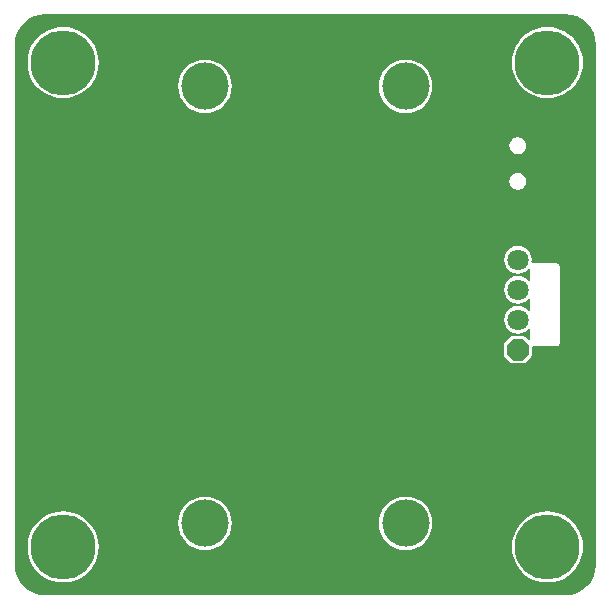
<source format=gbl>
G04 Layer_Physical_Order=2*
G04 Layer_Color=16711680*
%FSLAX44Y44*%
%MOMM*%
G71*
G01*
G75*
%ADD15P,1.9483X8X112.5*%
%ADD16C,1.8000*%
%ADD17C,5.5000*%
%ADD18C,4.0000*%
G36*
X475109Y495686D02*
X480022Y494196D01*
X484550Y491776D01*
X488518Y488519D01*
X491776Y484550D01*
X494196Y480022D01*
X495686Y475109D01*
X496165Y470248D01*
X496115Y470000D01*
X496115Y30000D01*
X496165Y29752D01*
X495686Y24891D01*
X494196Y19978D01*
X491776Y15450D01*
X488518Y11482D01*
X484550Y8225D01*
X480022Y5804D01*
X475109Y4314D01*
X471250Y3934D01*
X470000Y3885D01*
X470000Y3885D01*
X468730Y3885D01*
X31269Y3885D01*
X30000Y3885D01*
X28750Y3934D01*
X24891Y4314D01*
X19978Y5804D01*
X15450Y8225D01*
X11481Y11482D01*
X8225Y15450D01*
X5804Y19978D01*
X4314Y24891D01*
X3934Y28751D01*
X3885Y30000D01*
X3885Y30000D01*
X3885Y31252D01*
X3885Y470000D01*
X3835Y470248D01*
X4314Y475109D01*
X5804Y480022D01*
X8225Y484550D01*
X11481Y488519D01*
X15450Y491776D01*
X19978Y494196D01*
X24891Y495686D01*
X29752Y496165D01*
X30000Y496115D01*
X470000Y496115D01*
X470248Y496165D01*
X475109Y495686D01*
D02*
G37*
%LPC*%
G36*
X335000Y87649D02*
X330581Y87214D01*
X326333Y85925D01*
X322417Y83832D01*
X318985Y81015D01*
X316168Y77583D01*
X314075Y73667D01*
X312786Y69419D01*
X312351Y65000D01*
X312786Y60581D01*
X314075Y56333D01*
X316168Y52417D01*
X318985Y48985D01*
X322417Y46168D01*
X326333Y44075D01*
X330581Y42786D01*
X335000Y42351D01*
X339419Y42786D01*
X343667Y44075D01*
X347583Y46168D01*
X351015Y48985D01*
X353832Y52417D01*
X355925Y56333D01*
X357214Y60581D01*
X357649Y65000D01*
X357214Y69419D01*
X355925Y73667D01*
X353832Y77583D01*
X351015Y81015D01*
X347583Y83832D01*
X343667Y85925D01*
X339419Y87214D01*
X335000Y87649D01*
D02*
G37*
G36*
X430000Y299740D02*
X426987Y299343D01*
X424180Y298180D01*
X421770Y296330D01*
X419920Y293920D01*
X418757Y291112D01*
X418360Y288100D01*
X418757Y285088D01*
X419920Y282280D01*
X421770Y279870D01*
X424180Y278020D01*
X426987Y276857D01*
X430000Y276460D01*
X433013Y276857D01*
X435820Y278020D01*
X438230Y279870D01*
X438940Y280795D01*
X440210Y280364D01*
Y270436D01*
X438940Y270005D01*
X438230Y270930D01*
X435820Y272780D01*
X433013Y273943D01*
X430000Y274340D01*
X426987Y273943D01*
X424180Y272780D01*
X421770Y270930D01*
X419920Y268520D01*
X418757Y265713D01*
X418360Y262700D01*
X418757Y259688D01*
X419920Y256880D01*
X421770Y254470D01*
X424180Y252620D01*
X426987Y251457D01*
X430000Y251061D01*
X433013Y251457D01*
X435820Y252620D01*
X438230Y254470D01*
X438940Y255395D01*
X440210Y254963D01*
Y245037D01*
X438940Y244605D01*
X438230Y245530D01*
X435820Y247380D01*
X433013Y248543D01*
X430000Y248940D01*
X426987Y248543D01*
X424180Y247380D01*
X421770Y245530D01*
X419920Y243120D01*
X418757Y240312D01*
X418360Y237300D01*
X418757Y234287D01*
X419920Y231480D01*
X421770Y229070D01*
X424180Y227220D01*
X426987Y226057D01*
X430000Y225660D01*
X433013Y226057D01*
X435820Y227220D01*
X438230Y229070D01*
X438940Y229995D01*
X440210Y229564D01*
Y220512D01*
X439037Y220026D01*
X436331Y222731D01*
X435491Y223293D01*
X434500Y223490D01*
X425500D01*
X424509Y223293D01*
X423669Y222731D01*
X419169Y218231D01*
X418607Y217391D01*
X418410Y216400D01*
Y207400D01*
X418607Y206409D01*
X419169Y205569D01*
X423669Y201069D01*
X424509Y200507D01*
X425500Y200310D01*
X434500D01*
X435491Y200507D01*
X436331Y201069D01*
X440831Y205569D01*
X441393Y206409D01*
X441590Y207400D01*
Y213856D01*
X442800Y214910D01*
X462800D01*
X463791Y215107D01*
X464631Y215669D01*
X465193Y216509D01*
X465390Y217500D01*
Y282500D01*
X465193Y283491D01*
X464631Y284331D01*
X463791Y284893D01*
X462800Y285090D01*
X442800D01*
X442517Y285033D01*
X441364Y286006D01*
X441640Y288100D01*
X441243Y291112D01*
X440080Y293920D01*
X438230Y296330D01*
X435820Y298180D01*
X433013Y299343D01*
X430000Y299740D01*
D02*
G37*
G36*
X165000Y87649D02*
X160581Y87214D01*
X156333Y85925D01*
X152417Y83832D01*
X148985Y81015D01*
X146168Y77583D01*
X144075Y73667D01*
X142786Y69419D01*
X142351Y65000D01*
X142786Y60581D01*
X144075Y56333D01*
X146168Y52417D01*
X148985Y48985D01*
X152417Y46168D01*
X156333Y44075D01*
X160581Y42786D01*
X165000Y42351D01*
X169419Y42786D01*
X173667Y44075D01*
X177583Y46168D01*
X181015Y48985D01*
X183832Y52417D01*
X185925Y56333D01*
X187214Y60581D01*
X187649Y65000D01*
X187214Y69419D01*
X185925Y73667D01*
X183832Y77583D01*
X181015Y81015D01*
X177583Y83832D01*
X173667Y85925D01*
X169419Y87214D01*
X165000Y87649D01*
D02*
G37*
G36*
X45000Y75133D02*
X40286Y74762D01*
X35688Y73658D01*
X31320Y71849D01*
X27288Y69378D01*
X23693Y66307D01*
X20622Y62712D01*
X18151Y58680D01*
X16342Y54312D01*
X15238Y49714D01*
X14867Y45000D01*
X15238Y40286D01*
X16342Y35689D01*
X18151Y31320D01*
X20622Y27288D01*
X23693Y23693D01*
X27288Y20622D01*
X31320Y18152D01*
X35688Y16342D01*
X40286Y15238D01*
X45000Y14867D01*
X49714Y15238D01*
X54312Y16342D01*
X58680Y18152D01*
X62712Y20622D01*
X66307Y23693D01*
X69378Y27288D01*
X71849Y31320D01*
X73658Y35689D01*
X74762Y40286D01*
X75133Y45000D01*
X74762Y49714D01*
X73658Y54312D01*
X71849Y58680D01*
X69378Y62712D01*
X66307Y66307D01*
X62712Y69378D01*
X58680Y71849D01*
X54312Y73658D01*
X49714Y74762D01*
X45000Y75133D01*
D02*
G37*
G36*
X455000D02*
X450286Y74762D01*
X445689Y73658D01*
X441320Y71849D01*
X437288Y69378D01*
X433693Y66307D01*
X430622Y62712D01*
X428151Y58680D01*
X426342Y54312D01*
X425238Y49714D01*
X424867Y45000D01*
X425238Y40286D01*
X426342Y35689D01*
X428151Y31320D01*
X430622Y27288D01*
X433693Y23693D01*
X437288Y20622D01*
X441320Y18152D01*
X445689Y16342D01*
X450286Y15238D01*
X455000Y14867D01*
X459714Y15238D01*
X464312Y16342D01*
X468680Y18152D01*
X472712Y20622D01*
X476307Y23693D01*
X479378Y27288D01*
X481849Y31320D01*
X483658Y35689D01*
X484762Y40286D01*
X485133Y45000D01*
X484762Y49714D01*
X483658Y54312D01*
X481849Y58680D01*
X479378Y62712D01*
X476307Y66307D01*
X472712Y69378D01*
X468680Y71849D01*
X464312Y73658D01*
X459714Y74762D01*
X455000Y75133D01*
D02*
G37*
G36*
X430505Y361733D02*
X429495D01*
X427739Y361384D01*
X426805Y360997D01*
X425317Y360003D01*
X425317Y360003D01*
X424602Y359288D01*
X424602Y359288D01*
X423608Y357800D01*
X423221Y356866D01*
X422872Y355110D01*
Y354855D01*
X422822Y354605D01*
X422872Y354355D01*
Y354100D01*
X423221Y352344D01*
X423608Y351411D01*
X424602Y349922D01*
X424602Y349922D01*
X425317Y349208D01*
X425317Y349208D01*
X426805Y348213D01*
X427739Y347826D01*
X429495Y347477D01*
X430505D01*
X432261Y347826D01*
X433195Y348213D01*
X434683Y349208D01*
X434683Y349208D01*
X435398Y349922D01*
X435398Y349922D01*
X436392Y351411D01*
X436779Y352344D01*
X437128Y354100D01*
Y354355D01*
X437178Y354605D01*
X437128Y354855D01*
Y355110D01*
X436779Y356866D01*
X436392Y357800D01*
X435398Y359288D01*
X435398Y359288D01*
X434683Y360003D01*
X434683Y360003D01*
X433195Y360997D01*
X432261Y361384D01*
X430505Y361733D01*
D02*
G37*
G36*
X45000Y485133D02*
X40286Y484762D01*
X35688Y483658D01*
X31320Y481849D01*
X27288Y479378D01*
X23693Y476307D01*
X20622Y472712D01*
X18151Y468680D01*
X16342Y464312D01*
X15238Y459714D01*
X14867Y455000D01*
X15238Y450286D01*
X16342Y445689D01*
X18151Y441320D01*
X20622Y437288D01*
X23693Y433693D01*
X27288Y430622D01*
X31320Y428152D01*
X35688Y426342D01*
X40286Y425238D01*
X45000Y424867D01*
X49714Y425238D01*
X54312Y426342D01*
X58680Y428152D01*
X62712Y430622D01*
X66307Y433693D01*
X69378Y437288D01*
X71849Y441320D01*
X73658Y445689D01*
X74762Y450286D01*
X75133Y455000D01*
X74762Y459714D01*
X73658Y464312D01*
X71849Y468680D01*
X69378Y472712D01*
X66307Y476307D01*
X62712Y479378D01*
X58680Y481849D01*
X54312Y483658D01*
X49714Y484762D01*
X45000Y485133D01*
D02*
G37*
G36*
X455000D02*
X450286Y484762D01*
X445689Y483658D01*
X441320Y481849D01*
X437288Y479378D01*
X433693Y476307D01*
X430622Y472712D01*
X428151Y468680D01*
X426342Y464312D01*
X425238Y459714D01*
X424867Y455000D01*
X425238Y450286D01*
X426342Y445689D01*
X428151Y441320D01*
X430622Y437288D01*
X433693Y433693D01*
X437288Y430622D01*
X441320Y428152D01*
X445689Y426342D01*
X450286Y425238D01*
X455000Y424867D01*
X459714Y425238D01*
X464312Y426342D01*
X468680Y428152D01*
X472712Y430622D01*
X476307Y433693D01*
X479378Y437288D01*
X481849Y441320D01*
X483658Y445689D01*
X484762Y450286D01*
X485133Y455000D01*
X484762Y459714D01*
X483658Y464312D01*
X481849Y468680D01*
X479378Y472712D01*
X476307Y476307D01*
X472712Y479378D01*
X468680Y481849D01*
X464312Y483658D01*
X459714Y484762D01*
X455000Y485133D01*
D02*
G37*
G36*
X335000Y457649D02*
X330581Y457214D01*
X326333Y455925D01*
X322417Y453832D01*
X318985Y451015D01*
X316168Y447583D01*
X314075Y443667D01*
X312786Y439419D01*
X312351Y435000D01*
X312786Y430581D01*
X314075Y426333D01*
X316168Y422417D01*
X318985Y418985D01*
X322417Y416168D01*
X326333Y414075D01*
X330581Y412786D01*
X335000Y412351D01*
X339419Y412786D01*
X343667Y414075D01*
X347583Y416168D01*
X351015Y418985D01*
X353832Y422417D01*
X355925Y426333D01*
X357214Y430581D01*
X357649Y435000D01*
X357214Y439419D01*
X355925Y443667D01*
X353832Y447583D01*
X351015Y451015D01*
X347583Y453832D01*
X343667Y455925D01*
X339419Y457214D01*
X335000Y457649D01*
D02*
G37*
G36*
X430505Y391733D02*
X429495D01*
X427739Y391384D01*
X426805Y390997D01*
X425317Y390003D01*
X425317Y390003D01*
X424602Y389288D01*
X424602Y389288D01*
X423608Y387800D01*
X423221Y386866D01*
X422872Y385110D01*
Y384855D01*
X422822Y384605D01*
X422872Y384355D01*
Y384100D01*
X423221Y382344D01*
X423608Y381411D01*
X424602Y379922D01*
X424602Y379922D01*
X425317Y379208D01*
X425317Y379207D01*
X426805Y378213D01*
X427739Y377826D01*
X429495Y377477D01*
X430505D01*
X432261Y377826D01*
X433195Y378213D01*
X434683Y379207D01*
X434683Y379208D01*
X435398Y379922D01*
X435398Y379922D01*
X436392Y381411D01*
X436779Y382344D01*
X437128Y384100D01*
Y384355D01*
X437178Y384605D01*
X437128Y384855D01*
Y385110D01*
X436779Y386866D01*
X436392Y387800D01*
X435398Y389288D01*
X435398Y389288D01*
X434683Y390003D01*
X434683Y390003D01*
X433195Y390997D01*
X432261Y391384D01*
X430505Y391733D01*
D02*
G37*
G36*
X165000Y457649D02*
X160581Y457214D01*
X156333Y455925D01*
X152417Y453832D01*
X148985Y451015D01*
X146168Y447583D01*
X144075Y443667D01*
X142786Y439419D01*
X142351Y435000D01*
X142786Y430581D01*
X144075Y426333D01*
X146168Y422417D01*
X148985Y418985D01*
X152417Y416168D01*
X156333Y414075D01*
X160581Y412786D01*
X165000Y412351D01*
X169419Y412786D01*
X173667Y414075D01*
X177583Y416168D01*
X181015Y418985D01*
X183832Y422417D01*
X185925Y426333D01*
X187214Y430581D01*
X187649Y435000D01*
X187214Y439419D01*
X185925Y443667D01*
X183832Y447583D01*
X181015Y451015D01*
X177583Y453832D01*
X173667Y455925D01*
X169419Y457214D01*
X165000Y457649D01*
D02*
G37*
%LPD*%
D15*
X430000Y211900D02*
D03*
D16*
Y237300D02*
D03*
Y262700D02*
D03*
Y288100D02*
D03*
D17*
X455000Y45000D02*
D03*
X45000D02*
D03*
X455000Y455000D02*
D03*
X45000D02*
D03*
D18*
X165000Y435000D02*
D03*
X335000D02*
D03*
X165000Y65000D02*
D03*
X335000D02*
D03*
M02*

</source>
